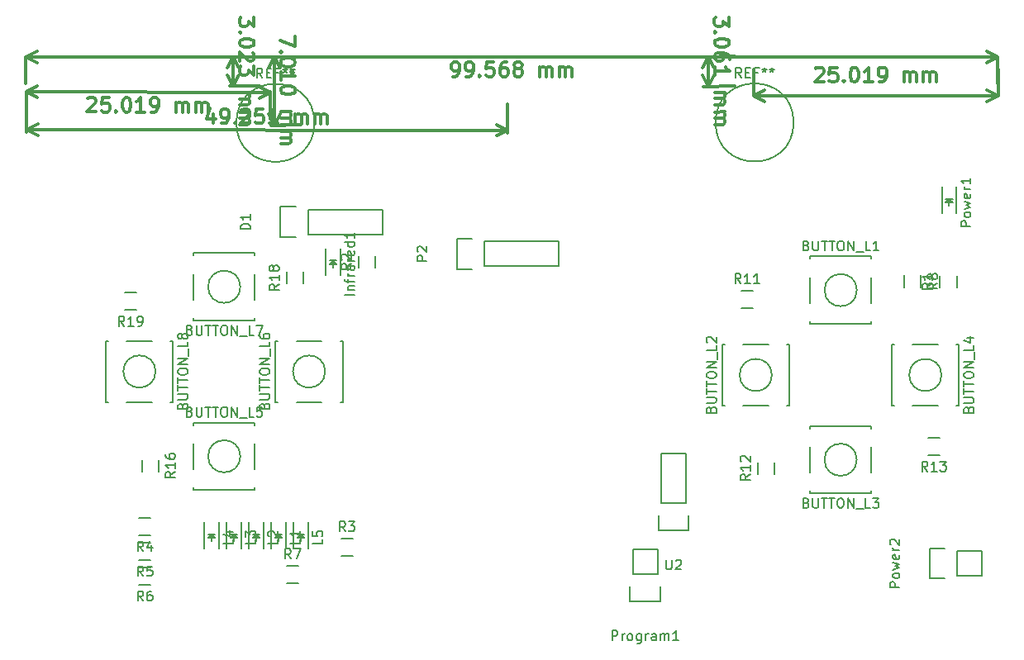
<source format=gbr>
G04 #@! TF.FileFunction,Legend,Top*
%FSLAX46Y46*%
G04 Gerber Fmt 4.6, Leading zero omitted, Abs format (unit mm)*
G04 Created by KiCad (PCBNEW 4.0.2+e4-6225~38~ubuntu15.10.1-stable) date Tue 11 Oct 2016 16:58:14 SAST*
%MOMM*%
G01*
G04 APERTURE LIST*
%ADD10C,0.100000*%
%ADD11C,0.300000*%
%ADD12C,0.150000*%
G04 APERTURE END LIST*
D10*
D11*
X71132429Y-70107873D02*
X71132429Y-71036444D01*
X70561000Y-70536444D01*
X70561000Y-70750730D01*
X70489571Y-70893587D01*
X70418143Y-70965016D01*
X70275286Y-71036444D01*
X69918143Y-71036444D01*
X69775286Y-70965016D01*
X69703857Y-70893587D01*
X69632429Y-70750730D01*
X69632429Y-70322158D01*
X69703857Y-70179301D01*
X69775286Y-70107873D01*
X69775286Y-71679301D02*
X69703857Y-71750729D01*
X69632429Y-71679301D01*
X69703857Y-71607872D01*
X69775286Y-71679301D01*
X69632429Y-71679301D01*
X71132429Y-72679301D02*
X71132429Y-72822158D01*
X71061000Y-72965015D01*
X70989571Y-73036444D01*
X70846714Y-73107873D01*
X70561000Y-73179301D01*
X70203857Y-73179301D01*
X69918143Y-73107873D01*
X69775286Y-73036444D01*
X69703857Y-72965015D01*
X69632429Y-72822158D01*
X69632429Y-72679301D01*
X69703857Y-72536444D01*
X69775286Y-72465015D01*
X69918143Y-72393587D01*
X70203857Y-72322158D01*
X70561000Y-72322158D01*
X70846714Y-72393587D01*
X70989571Y-72465015D01*
X71061000Y-72536444D01*
X71132429Y-72679301D01*
X70989571Y-73750729D02*
X71061000Y-73822158D01*
X71132429Y-73965015D01*
X71132429Y-74322158D01*
X71061000Y-74465015D01*
X70989571Y-74536444D01*
X70846714Y-74607872D01*
X70703857Y-74607872D01*
X70489571Y-74536444D01*
X69632429Y-73679301D01*
X69632429Y-74607872D01*
X71132429Y-75107872D02*
X71132429Y-76036443D01*
X70561000Y-75536443D01*
X70561000Y-75750729D01*
X70489571Y-75893586D01*
X70418143Y-75965015D01*
X70275286Y-76036443D01*
X69918143Y-76036443D01*
X69775286Y-75965015D01*
X69703857Y-75893586D01*
X69632429Y-75750729D01*
X69632429Y-75322157D01*
X69703857Y-75179300D01*
X69775286Y-75107872D01*
X69632429Y-77822157D02*
X70632429Y-77822157D01*
X70489571Y-77822157D02*
X70561000Y-77893585D01*
X70632429Y-78036443D01*
X70632429Y-78250728D01*
X70561000Y-78393585D01*
X70418143Y-78465014D01*
X69632429Y-78465014D01*
X70418143Y-78465014D02*
X70561000Y-78536443D01*
X70632429Y-78679300D01*
X70632429Y-78893585D01*
X70561000Y-79036443D01*
X70418143Y-79107871D01*
X69632429Y-79107871D01*
X69632429Y-79822157D02*
X70632429Y-79822157D01*
X70489571Y-79822157D02*
X70561000Y-79893585D01*
X70632429Y-80036443D01*
X70632429Y-80250728D01*
X70561000Y-80393585D01*
X70418143Y-80465014D01*
X69632429Y-80465014D01*
X70418143Y-80465014D02*
X70561000Y-80536443D01*
X70632429Y-80679300D01*
X70632429Y-80893585D01*
X70561000Y-81036443D01*
X70418143Y-81107871D01*
X69632429Y-81107871D01*
X68961000Y-74168000D02*
X68961000Y-77190600D01*
X68618100Y-74168000D02*
X71661000Y-74168000D01*
X68618100Y-77190600D02*
X71661000Y-77190600D01*
X68961000Y-77190600D02*
X68374579Y-76064096D01*
X68961000Y-77190600D02*
X69547421Y-76064096D01*
X68961000Y-74168000D02*
X68374579Y-75294504D01*
X68961000Y-74168000D02*
X69547421Y-75294504D01*
X119791005Y-70092176D02*
X119798711Y-71020715D01*
X119223153Y-70525474D01*
X119224931Y-70739753D01*
X119154690Y-70883198D01*
X119083857Y-70955217D01*
X118941598Y-71027828D01*
X118584467Y-71030792D01*
X118441022Y-70960552D01*
X118369003Y-70889718D01*
X118296392Y-70747459D01*
X118292835Y-70318902D01*
X118363075Y-70175457D01*
X118433909Y-70103438D01*
X118446950Y-71674812D02*
X118376116Y-71746831D01*
X118304097Y-71675998D01*
X118374930Y-71603979D01*
X118446950Y-71674812D01*
X118304097Y-71675998D01*
X119812344Y-72663516D02*
X119813530Y-72806368D01*
X119743289Y-72949813D01*
X119672455Y-73021832D01*
X119530196Y-73094444D01*
X119245084Y-73168240D01*
X118887954Y-73171204D01*
X118601657Y-73102150D01*
X118458212Y-73031909D01*
X118386192Y-72961075D01*
X118313581Y-72818815D01*
X118312396Y-72675963D01*
X118382636Y-72532519D01*
X118453470Y-72460499D01*
X118595729Y-72387888D01*
X118880841Y-72314091D01*
X119237971Y-72311127D01*
X119524268Y-72380183D01*
X119667713Y-72450423D01*
X119739732Y-72521256D01*
X119812344Y-72663516D01*
X119827163Y-74449168D02*
X119824792Y-74163464D01*
X119752180Y-74021205D01*
X119680161Y-73950371D01*
X119464698Y-73809297D01*
X119178400Y-73740242D01*
X118606991Y-73744984D01*
X118464732Y-73817596D01*
X118393898Y-73889614D01*
X118323658Y-74033060D01*
X118326029Y-74318764D01*
X118398640Y-74461023D01*
X118470659Y-74531857D01*
X118614104Y-74602097D01*
X118971235Y-74599133D01*
X119113494Y-74526522D01*
X119184327Y-74454503D01*
X119254568Y-74311058D01*
X119252197Y-74025354D01*
X119179585Y-73883094D01*
X119107567Y-73812261D01*
X118964122Y-73742020D01*
X118340255Y-76032990D02*
X118333142Y-75175876D01*
X118336699Y-75604434D02*
X119836647Y-75591986D01*
X119621183Y-75450912D01*
X119477145Y-75309244D01*
X119404533Y-75166985D01*
X118355074Y-77818642D02*
X119355039Y-77810344D01*
X119212186Y-77811529D02*
X119284206Y-77882362D01*
X119356818Y-78024622D01*
X119358596Y-78238900D01*
X119288355Y-78382345D01*
X119146095Y-78454957D01*
X118360409Y-78461477D01*
X119146095Y-78454957D02*
X119289540Y-78525198D01*
X119362152Y-78667457D01*
X119363931Y-78881735D01*
X119293690Y-79025181D01*
X119151430Y-79097792D01*
X118365743Y-79104312D01*
X118371671Y-79818573D02*
X119371636Y-79810275D01*
X119228783Y-79811460D02*
X119300803Y-79882293D01*
X119373415Y-80024554D01*
X119375193Y-80238831D01*
X119304952Y-80382276D01*
X119162692Y-80454888D01*
X118377005Y-80461408D01*
X119162692Y-80454888D02*
X119306137Y-80525129D01*
X119378749Y-80667388D01*
X119380528Y-80881666D01*
X119310286Y-81025112D01*
X119168027Y-81097723D01*
X118382340Y-81104243D01*
X117653186Y-74151081D02*
X117678586Y-77211781D01*
X117144800Y-74155300D02*
X120353093Y-74128675D01*
X117170200Y-77216000D02*
X120378493Y-77189375D01*
X117678586Y-77211781D02*
X117082837Y-76090182D01*
X117678586Y-77211781D02*
X118255638Y-76080450D01*
X117653186Y-74151081D02*
X117076134Y-75282412D01*
X117653186Y-74151081D02*
X118248935Y-75272680D01*
X75341323Y-72092837D02*
X75344947Y-73092831D01*
X73842627Y-72455413D01*
X73989883Y-73669172D02*
X73918713Y-73740859D01*
X73847027Y-73669690D01*
X73918196Y-73598003D01*
X73989883Y-73669172D01*
X73847027Y-73669690D01*
X75350640Y-74664249D02*
X75351158Y-74807105D01*
X75280247Y-74950219D01*
X75209077Y-75021907D01*
X75066480Y-75093853D01*
X74781026Y-75166316D01*
X74423886Y-75167610D01*
X74137915Y-75097217D01*
X73994800Y-75026306D01*
X73923113Y-74955137D01*
X73851168Y-74812539D01*
X73850650Y-74669683D01*
X73921560Y-74526568D01*
X73992730Y-74454881D01*
X74135327Y-74382936D01*
X74420780Y-74310472D01*
X74777921Y-74309178D01*
X75063892Y-74379572D01*
X75207007Y-74450482D01*
X75278694Y-74521651D01*
X75350640Y-74664249D01*
X73857637Y-76598242D02*
X73854532Y-75741104D01*
X73856085Y-76169673D02*
X75356075Y-76164239D01*
X75141273Y-76022159D01*
X74997899Y-75879820D01*
X74925953Y-75737222D01*
X75360992Y-77521372D02*
X75361510Y-77664228D01*
X75290599Y-77807343D01*
X75219429Y-77879030D01*
X75076832Y-77950976D01*
X74791378Y-78023439D01*
X74434238Y-78024733D01*
X74148267Y-77954341D01*
X74005152Y-77883430D01*
X73933465Y-77812260D01*
X73861519Y-77669663D01*
X73861002Y-77526807D01*
X73931912Y-77383692D01*
X74003082Y-77312004D01*
X74145679Y-77240059D01*
X74431132Y-77167595D01*
X74788273Y-77166301D01*
X75074244Y-77236695D01*
X75217359Y-77307605D01*
X75289046Y-77378775D01*
X75360992Y-77521372D01*
X73869283Y-79812506D02*
X74869277Y-79808882D01*
X74726420Y-79809400D02*
X74798107Y-79880569D01*
X74870053Y-80023167D01*
X74870830Y-80237451D01*
X74799919Y-80380565D01*
X74657321Y-80452512D01*
X73871613Y-80455358D01*
X74657321Y-80452512D02*
X74800436Y-80523422D01*
X74872382Y-80666020D01*
X74873159Y-80880303D01*
X74802248Y-81023419D01*
X74659651Y-81095364D01*
X73873942Y-81098211D01*
X73876530Y-81812492D02*
X74876523Y-81808869D01*
X74733666Y-81809387D02*
X74805353Y-81880556D01*
X74877300Y-82023154D01*
X74878076Y-82237437D01*
X74807165Y-82380552D01*
X74664568Y-82452498D01*
X73878859Y-82455345D01*
X74664568Y-82452498D02*
X74807683Y-82523409D01*
X74879629Y-82666007D01*
X74880405Y-82880290D01*
X74809494Y-83023406D01*
X74666897Y-83095351D01*
X73881188Y-83098198D01*
X73177395Y-74166896D02*
X73202795Y-81177296D01*
X72872600Y-74168000D02*
X75877377Y-74157113D01*
X72898000Y-81178400D02*
X75902777Y-81167513D01*
X73202795Y-81177296D02*
X72612297Y-80052924D01*
X73202795Y-81177296D02*
X73785130Y-80048675D01*
X73177395Y-74166896D02*
X72595060Y-75295517D01*
X73177395Y-74166896D02*
X73767893Y-75291268D01*
X128634315Y-75394429D02*
X128705744Y-75323000D01*
X128848601Y-75251571D01*
X129205744Y-75251571D01*
X129348601Y-75323000D01*
X129420030Y-75394429D01*
X129491458Y-75537286D01*
X129491458Y-75680143D01*
X129420030Y-75894429D01*
X128562887Y-76751571D01*
X129491458Y-76751571D01*
X130848601Y-75251571D02*
X130134315Y-75251571D01*
X130062886Y-75965857D01*
X130134315Y-75894429D01*
X130277172Y-75823000D01*
X130634315Y-75823000D01*
X130777172Y-75894429D01*
X130848601Y-75965857D01*
X130920029Y-76108714D01*
X130920029Y-76465857D01*
X130848601Y-76608714D01*
X130777172Y-76680143D01*
X130634315Y-76751571D01*
X130277172Y-76751571D01*
X130134315Y-76680143D01*
X130062886Y-76608714D01*
X131562886Y-76608714D02*
X131634314Y-76680143D01*
X131562886Y-76751571D01*
X131491457Y-76680143D01*
X131562886Y-76608714D01*
X131562886Y-76751571D01*
X132562886Y-75251571D02*
X132705743Y-75251571D01*
X132848600Y-75323000D01*
X132920029Y-75394429D01*
X132991458Y-75537286D01*
X133062886Y-75823000D01*
X133062886Y-76180143D01*
X132991458Y-76465857D01*
X132920029Y-76608714D01*
X132848600Y-76680143D01*
X132705743Y-76751571D01*
X132562886Y-76751571D01*
X132420029Y-76680143D01*
X132348600Y-76608714D01*
X132277172Y-76465857D01*
X132205743Y-76180143D01*
X132205743Y-75823000D01*
X132277172Y-75537286D01*
X132348600Y-75394429D01*
X132420029Y-75323000D01*
X132562886Y-75251571D01*
X134491457Y-76751571D02*
X133634314Y-76751571D01*
X134062886Y-76751571D02*
X134062886Y-75251571D01*
X133920029Y-75465857D01*
X133777171Y-75608714D01*
X133634314Y-75680143D01*
X135205742Y-76751571D02*
X135491457Y-76751571D01*
X135634314Y-76680143D01*
X135705742Y-76608714D01*
X135848600Y-76394429D01*
X135920028Y-76108714D01*
X135920028Y-75537286D01*
X135848600Y-75394429D01*
X135777171Y-75323000D01*
X135634314Y-75251571D01*
X135348600Y-75251571D01*
X135205742Y-75323000D01*
X135134314Y-75394429D01*
X135062885Y-75537286D01*
X135062885Y-75894429D01*
X135134314Y-76037286D01*
X135205742Y-76108714D01*
X135348600Y-76180143D01*
X135634314Y-76180143D01*
X135777171Y-76108714D01*
X135848600Y-76037286D01*
X135920028Y-75894429D01*
X137705742Y-76751571D02*
X137705742Y-75751571D01*
X137705742Y-75894429D02*
X137777170Y-75823000D01*
X137920028Y-75751571D01*
X138134313Y-75751571D01*
X138277170Y-75823000D01*
X138348599Y-75965857D01*
X138348599Y-76751571D01*
X138348599Y-75965857D02*
X138420028Y-75823000D01*
X138562885Y-75751571D01*
X138777170Y-75751571D01*
X138920028Y-75823000D01*
X138991456Y-75965857D01*
X138991456Y-76751571D01*
X139705742Y-76751571D02*
X139705742Y-75751571D01*
X139705742Y-75894429D02*
X139777170Y-75823000D01*
X139920028Y-75751571D01*
X140134313Y-75751571D01*
X140277170Y-75823000D01*
X140348599Y-75965857D01*
X140348599Y-76751571D01*
X140348599Y-75965857D02*
X140420028Y-75823000D01*
X140562885Y-75751571D01*
X140777170Y-75751571D01*
X140920028Y-75823000D01*
X140991456Y-75965857D01*
X140991456Y-76751571D01*
X147345400Y-78155800D02*
X122326400Y-78155800D01*
X147345400Y-78181200D02*
X147345400Y-75455800D01*
X122326400Y-78181200D02*
X122326400Y-75455800D01*
X122326400Y-78155800D02*
X123452904Y-77569379D01*
X122326400Y-78155800D02*
X123452904Y-78742221D01*
X147345400Y-78155800D02*
X146218896Y-77569379D01*
X147345400Y-78155800D02*
X146218896Y-78742221D01*
X54071162Y-78459061D02*
X54142736Y-78387777D01*
X54285737Y-78316638D01*
X54642880Y-78317363D01*
X54785591Y-78389082D01*
X54856875Y-78460656D01*
X54928013Y-78603658D01*
X54927723Y-78746514D01*
X54855860Y-78960655D01*
X53996978Y-79816055D01*
X54925547Y-79817940D01*
X56285733Y-78320699D02*
X55571449Y-78319249D01*
X55498569Y-79033388D01*
X55570143Y-78962105D01*
X55713145Y-78890966D01*
X56070287Y-78891692D01*
X56212999Y-78963411D01*
X56284283Y-79034983D01*
X56355421Y-79177985D01*
X56354695Y-79535127D01*
X56282978Y-79677839D01*
X56211404Y-79749123D01*
X56068402Y-79820261D01*
X55711260Y-79819536D01*
X55568548Y-79747818D01*
X55497264Y-79676244D01*
X56997261Y-79679289D02*
X57068544Y-79750863D01*
X56996971Y-79822146D01*
X56925687Y-79750573D01*
X56997261Y-79679289D01*
X56996971Y-79822146D01*
X58000015Y-78324180D02*
X58142871Y-78324470D01*
X58285583Y-78396189D01*
X58356867Y-78467763D01*
X58428006Y-78610764D01*
X58498853Y-78896623D01*
X58498128Y-79253765D01*
X58426120Y-79539333D01*
X58354401Y-79682045D01*
X58282827Y-79753329D01*
X58139826Y-79824467D01*
X57996969Y-79824177D01*
X57854257Y-79752459D01*
X57782973Y-79680885D01*
X57711836Y-79537883D01*
X57640987Y-79252025D01*
X57641712Y-78894882D01*
X57713721Y-78609314D01*
X57785439Y-78466602D01*
X57857013Y-78395318D01*
X58000015Y-78324180D01*
X59925536Y-79828092D02*
X59068395Y-79826352D01*
X59496966Y-79827222D02*
X59500011Y-78327225D01*
X59356720Y-78541221D01*
X59213572Y-78683787D01*
X59070570Y-78754926D01*
X60639819Y-79829543D02*
X60925534Y-79830123D01*
X61068536Y-79758985D01*
X61140108Y-79687701D01*
X61283401Y-79473707D01*
X61355409Y-79188137D01*
X61356570Y-78616711D01*
X61285432Y-78473709D01*
X61214148Y-78402135D01*
X61071436Y-78330416D01*
X60785723Y-78329836D01*
X60642720Y-78400975D01*
X60571147Y-78472259D01*
X60499428Y-78614970D01*
X60498703Y-78972112D01*
X60569842Y-79115114D01*
X60641125Y-79186687D01*
X60783837Y-79258406D01*
X61069551Y-79258986D01*
X61212553Y-79187847D01*
X61284126Y-79116565D01*
X61355844Y-78973853D01*
X63139814Y-79834619D02*
X63141845Y-78834621D01*
X63141555Y-78977479D02*
X63213128Y-78906195D01*
X63356130Y-78835056D01*
X63570415Y-78835491D01*
X63713127Y-78907210D01*
X63784265Y-79050212D01*
X63782670Y-79835924D01*
X63784265Y-79050212D02*
X63855984Y-78907500D01*
X63998986Y-78836361D01*
X64213271Y-78836796D01*
X64355983Y-78908515D01*
X64427121Y-79051517D01*
X64425526Y-79837229D01*
X65139810Y-79838680D02*
X65141841Y-78838682D01*
X65141551Y-78981540D02*
X65213123Y-78910256D01*
X65356126Y-78839117D01*
X65570411Y-78839552D01*
X65713122Y-78911271D01*
X65784261Y-79054273D01*
X65782666Y-79839985D01*
X65784261Y-79054273D02*
X65855980Y-78911561D01*
X65998982Y-78840422D01*
X66213266Y-78840857D01*
X66355979Y-78912576D01*
X66427117Y-79055578D01*
X66425522Y-79841290D01*
X47777297Y-77774851D02*
X72796297Y-77825651D01*
X47777400Y-77724000D02*
X47771815Y-80474845D01*
X72796400Y-77774800D02*
X72790815Y-80525645D01*
X72796297Y-77825651D02*
X71668605Y-78409783D01*
X72796297Y-77825651D02*
X71670986Y-77236944D01*
X47777297Y-77774851D02*
X48902608Y-78363558D01*
X47777297Y-77774851D02*
X48904989Y-77190719D01*
X66979895Y-79999422D02*
X66979379Y-80999421D01*
X66623046Y-79427809D02*
X66265351Y-80499053D01*
X67193923Y-80499532D01*
X67836521Y-80999863D02*
X68122236Y-81000011D01*
X68265129Y-80928656D01*
X68336594Y-80857264D01*
X68479563Y-80643053D01*
X68551138Y-80357375D01*
X68551433Y-79785947D01*
X68480078Y-79643053D01*
X68408686Y-79571587D01*
X68265866Y-79500085D01*
X67980152Y-79499937D01*
X67837257Y-79571293D01*
X67765793Y-79642685D01*
X67694290Y-79785505D01*
X67694106Y-80142648D01*
X67765461Y-80285542D01*
X67836852Y-80357007D01*
X67979673Y-80428509D01*
X68265387Y-80428657D01*
X68408281Y-80357301D01*
X68479747Y-80285910D01*
X68551249Y-80143090D01*
X69193737Y-80857706D02*
X69265128Y-80929172D01*
X69193663Y-81000563D01*
X69122271Y-80929099D01*
X69193737Y-80857706D01*
X69193663Y-81000563D01*
X69837220Y-79643753D02*
X69908686Y-79572361D01*
X70051580Y-79501006D01*
X70408723Y-79501190D01*
X70551543Y-79572692D01*
X70622935Y-79644158D01*
X70694290Y-79787052D01*
X70694216Y-79929909D01*
X70622677Y-80144158D01*
X69765092Y-81000858D01*
X70693663Y-81001337D01*
X72051580Y-79502037D02*
X71337294Y-79501669D01*
X71265496Y-80215918D01*
X71336962Y-80144527D01*
X71479856Y-80073171D01*
X71836999Y-80073355D01*
X71979819Y-80144858D01*
X72051211Y-80216323D01*
X72122566Y-80359217D01*
X72122381Y-80716360D01*
X72050880Y-80859180D01*
X71979414Y-80930572D01*
X71836520Y-81001926D01*
X71479377Y-81001742D01*
X71336557Y-80930241D01*
X71265165Y-80858775D01*
X73550805Y-81002810D02*
X72693662Y-81002368D01*
X73122234Y-81002589D02*
X73123008Y-79502590D01*
X72980040Y-79716802D01*
X72837108Y-79859585D01*
X72694215Y-79930941D01*
X75336519Y-81003731D02*
X75337034Y-80003732D01*
X75336961Y-80146590D02*
X75408426Y-80075197D01*
X75551320Y-80003842D01*
X75765605Y-80003953D01*
X75908425Y-80075455D01*
X75979781Y-80218349D01*
X75979376Y-81004063D01*
X75979781Y-80218349D02*
X76051283Y-80075529D01*
X76194177Y-80004174D01*
X76408462Y-80004284D01*
X76551283Y-80075787D01*
X76622638Y-80218681D01*
X76622232Y-81004395D01*
X77336518Y-81004763D02*
X77337034Y-80004763D01*
X77336960Y-80147621D02*
X77408425Y-80076229D01*
X77551320Y-80004874D01*
X77765605Y-80004984D01*
X77908425Y-80076487D01*
X77979781Y-80219381D01*
X77979375Y-81005094D01*
X77979781Y-80219381D02*
X78051283Y-80076560D01*
X78194177Y-80005205D01*
X78408462Y-80005316D01*
X78551283Y-80076818D01*
X78622637Y-80219712D01*
X78622232Y-81005426D01*
X47853731Y-81660987D02*
X97104331Y-81686387D01*
X47853600Y-81915000D02*
X47855123Y-78960987D01*
X97104200Y-81940400D02*
X97105723Y-78986387D01*
X97104331Y-81686387D02*
X95977525Y-82272227D01*
X97104331Y-81686387D02*
X95978130Y-81099385D01*
X47853731Y-81660987D02*
X48979932Y-82247989D01*
X47853731Y-81660987D02*
X48980537Y-81075147D01*
X91464572Y-76196571D02*
X91750287Y-76196571D01*
X91893144Y-76125143D01*
X91964572Y-76053714D01*
X92107430Y-75839429D01*
X92178858Y-75553714D01*
X92178858Y-74982286D01*
X92107430Y-74839429D01*
X92036001Y-74768000D01*
X91893144Y-74696571D01*
X91607430Y-74696571D01*
X91464572Y-74768000D01*
X91393144Y-74839429D01*
X91321715Y-74982286D01*
X91321715Y-75339429D01*
X91393144Y-75482286D01*
X91464572Y-75553714D01*
X91607430Y-75625143D01*
X91893144Y-75625143D01*
X92036001Y-75553714D01*
X92107430Y-75482286D01*
X92178858Y-75339429D01*
X92893143Y-76196571D02*
X93178858Y-76196571D01*
X93321715Y-76125143D01*
X93393143Y-76053714D01*
X93536001Y-75839429D01*
X93607429Y-75553714D01*
X93607429Y-74982286D01*
X93536001Y-74839429D01*
X93464572Y-74768000D01*
X93321715Y-74696571D01*
X93036001Y-74696571D01*
X92893143Y-74768000D01*
X92821715Y-74839429D01*
X92750286Y-74982286D01*
X92750286Y-75339429D01*
X92821715Y-75482286D01*
X92893143Y-75553714D01*
X93036001Y-75625143D01*
X93321715Y-75625143D01*
X93464572Y-75553714D01*
X93536001Y-75482286D01*
X93607429Y-75339429D01*
X94250286Y-76053714D02*
X94321714Y-76125143D01*
X94250286Y-76196571D01*
X94178857Y-76125143D01*
X94250286Y-76053714D01*
X94250286Y-76196571D01*
X95678858Y-74696571D02*
X94964572Y-74696571D01*
X94893143Y-75410857D01*
X94964572Y-75339429D01*
X95107429Y-75268000D01*
X95464572Y-75268000D01*
X95607429Y-75339429D01*
X95678858Y-75410857D01*
X95750286Y-75553714D01*
X95750286Y-75910857D01*
X95678858Y-76053714D01*
X95607429Y-76125143D01*
X95464572Y-76196571D01*
X95107429Y-76196571D01*
X94964572Y-76125143D01*
X94893143Y-76053714D01*
X97036000Y-74696571D02*
X96750286Y-74696571D01*
X96607429Y-74768000D01*
X96536000Y-74839429D01*
X96393143Y-75053714D01*
X96321714Y-75339429D01*
X96321714Y-75910857D01*
X96393143Y-76053714D01*
X96464571Y-76125143D01*
X96607429Y-76196571D01*
X96893143Y-76196571D01*
X97036000Y-76125143D01*
X97107429Y-76053714D01*
X97178857Y-75910857D01*
X97178857Y-75553714D01*
X97107429Y-75410857D01*
X97036000Y-75339429D01*
X96893143Y-75268000D01*
X96607429Y-75268000D01*
X96464571Y-75339429D01*
X96393143Y-75410857D01*
X96321714Y-75553714D01*
X98036000Y-75339429D02*
X97893142Y-75268000D01*
X97821714Y-75196571D01*
X97750285Y-75053714D01*
X97750285Y-74982286D01*
X97821714Y-74839429D01*
X97893142Y-74768000D01*
X98036000Y-74696571D01*
X98321714Y-74696571D01*
X98464571Y-74768000D01*
X98536000Y-74839429D01*
X98607428Y-74982286D01*
X98607428Y-75053714D01*
X98536000Y-75196571D01*
X98464571Y-75268000D01*
X98321714Y-75339429D01*
X98036000Y-75339429D01*
X97893142Y-75410857D01*
X97821714Y-75482286D01*
X97750285Y-75625143D01*
X97750285Y-75910857D01*
X97821714Y-76053714D01*
X97893142Y-76125143D01*
X98036000Y-76196571D01*
X98321714Y-76196571D01*
X98464571Y-76125143D01*
X98536000Y-76053714D01*
X98607428Y-75910857D01*
X98607428Y-75625143D01*
X98536000Y-75482286D01*
X98464571Y-75410857D01*
X98321714Y-75339429D01*
X100393142Y-76196571D02*
X100393142Y-75196571D01*
X100393142Y-75339429D02*
X100464570Y-75268000D01*
X100607428Y-75196571D01*
X100821713Y-75196571D01*
X100964570Y-75268000D01*
X101035999Y-75410857D01*
X101035999Y-76196571D01*
X101035999Y-75410857D02*
X101107428Y-75268000D01*
X101250285Y-75196571D01*
X101464570Y-75196571D01*
X101607428Y-75268000D01*
X101678856Y-75410857D01*
X101678856Y-76196571D01*
X102393142Y-76196571D02*
X102393142Y-75196571D01*
X102393142Y-75339429D02*
X102464570Y-75268000D01*
X102607428Y-75196571D01*
X102821713Y-75196571D01*
X102964570Y-75268000D01*
X103035999Y-75410857D01*
X103035999Y-76196571D01*
X103035999Y-75410857D02*
X103107428Y-75268000D01*
X103250285Y-75196571D01*
X103464570Y-75196571D01*
X103607428Y-75268000D01*
X103678856Y-75410857D01*
X103678856Y-76196571D01*
X47752000Y-74168000D02*
X147320000Y-74168000D01*
X47752000Y-74168000D02*
X47752000Y-76868000D01*
X147320000Y-74168000D02*
X147320000Y-76868000D01*
X147320000Y-74168000D02*
X146193496Y-74754421D01*
X147320000Y-74168000D02*
X146193496Y-73581579D01*
X47752000Y-74168000D02*
X48878504Y-74754421D01*
X47752000Y-74168000D02*
X48878504Y-73581579D01*
D12*
X126402600Y-80899000D02*
G75*
G03X126402600Y-80899000I-4000000J0D01*
G01*
X128079100Y-94882100D02*
X128079100Y-94632100D01*
X128079100Y-94632100D02*
X134379100Y-94632100D01*
X134379100Y-94632100D02*
X134379100Y-94882100D01*
X128079100Y-99382100D02*
X128079100Y-96782100D01*
X134379100Y-101282100D02*
X134379100Y-101532100D01*
X134379100Y-101532100D02*
X128079100Y-101532100D01*
X128079100Y-101532100D02*
X128079100Y-101282100D01*
X134379100Y-96782100D02*
X134379100Y-99382100D01*
X132879100Y-98082100D02*
G75*
G03X132879100Y-98082100I-1650000J0D01*
G01*
X119329600Y-109931600D02*
X119079600Y-109931600D01*
X119079600Y-109931600D02*
X119079600Y-103631600D01*
X119079600Y-103631600D02*
X119329600Y-103631600D01*
X123829600Y-109931600D02*
X121229600Y-109931600D01*
X125729600Y-103631600D02*
X125979600Y-103631600D01*
X125979600Y-103631600D02*
X125979600Y-109931600D01*
X125979600Y-109931600D02*
X125729600Y-109931600D01*
X121229600Y-103631600D02*
X123829600Y-103631600D01*
X124179600Y-106781600D02*
G75*
G03X124179600Y-106781600I-1650000J0D01*
G01*
X134366400Y-118668400D02*
X134366400Y-118918400D01*
X134366400Y-118918400D02*
X128066400Y-118918400D01*
X128066400Y-118918400D02*
X128066400Y-118668400D01*
X134366400Y-114168400D02*
X134366400Y-116768400D01*
X128066400Y-112268400D02*
X128066400Y-112018400D01*
X128066400Y-112018400D02*
X134366400Y-112018400D01*
X134366400Y-112018400D02*
X134366400Y-112268400D01*
X128066400Y-116768400D02*
X128066400Y-114168400D01*
X132866400Y-115468400D02*
G75*
G03X132866400Y-115468400I-1650000J0D01*
G01*
X143103200Y-103631600D02*
X143353200Y-103631600D01*
X143353200Y-103631600D02*
X143353200Y-109931600D01*
X143353200Y-109931600D02*
X143103200Y-109931600D01*
X138603200Y-103631600D02*
X141203200Y-103631600D01*
X136703200Y-109931600D02*
X136453200Y-109931600D01*
X136453200Y-109931600D02*
X136453200Y-103631600D01*
X136453200Y-103631600D02*
X136703200Y-103631600D01*
X141203200Y-109931600D02*
X138603200Y-109931600D01*
X141553200Y-106781600D02*
G75*
G03X141553200Y-106781600I-1650000J0D01*
G01*
X64922000Y-111912800D02*
X64922000Y-111662800D01*
X64922000Y-111662800D02*
X71222000Y-111662800D01*
X71222000Y-111662800D02*
X71222000Y-111912800D01*
X64922000Y-116412800D02*
X64922000Y-113812800D01*
X71222000Y-118312800D02*
X71222000Y-118562800D01*
X71222000Y-118562800D02*
X64922000Y-118562800D01*
X64922000Y-118562800D02*
X64922000Y-118312800D01*
X71222000Y-113812800D02*
X71222000Y-116412800D01*
X69722000Y-115112800D02*
G75*
G03X69722000Y-115112800I-1650000J0D01*
G01*
X73558800Y-109576000D02*
X73308800Y-109576000D01*
X73308800Y-109576000D02*
X73308800Y-103276000D01*
X73308800Y-103276000D02*
X73558800Y-103276000D01*
X78058800Y-109576000D02*
X75458800Y-109576000D01*
X79958800Y-103276000D02*
X80208800Y-103276000D01*
X80208800Y-103276000D02*
X80208800Y-109576000D01*
X80208800Y-109576000D02*
X79958800Y-109576000D01*
X75458800Y-103276000D02*
X78058800Y-103276000D01*
X78408800Y-106426000D02*
G75*
G03X78408800Y-106426000I-1650000J0D01*
G01*
X71222000Y-100939200D02*
X71222000Y-101189200D01*
X71222000Y-101189200D02*
X64922000Y-101189200D01*
X64922000Y-101189200D02*
X64922000Y-100939200D01*
X71222000Y-96439200D02*
X71222000Y-99039200D01*
X64922000Y-94539200D02*
X64922000Y-94289200D01*
X64922000Y-94289200D02*
X71222000Y-94289200D01*
X71222000Y-94289200D02*
X71222000Y-94539200D01*
X64922000Y-99039200D02*
X64922000Y-96439200D01*
X69722000Y-97739200D02*
G75*
G03X69722000Y-97739200I-1650000J0D01*
G01*
X62585200Y-103276000D02*
X62835200Y-103276000D01*
X62835200Y-103276000D02*
X62835200Y-109576000D01*
X62835200Y-109576000D02*
X62585200Y-109576000D01*
X58085200Y-103276000D02*
X60685200Y-103276000D01*
X56185200Y-109576000D02*
X55935200Y-109576000D01*
X55935200Y-109576000D02*
X55935200Y-103276000D01*
X55935200Y-103276000D02*
X56185200Y-103276000D01*
X60685200Y-109576000D02*
X58085200Y-109576000D01*
X61035200Y-106426000D02*
G75*
G03X61035200Y-106426000I-1650000J0D01*
G01*
X76657200Y-92354400D02*
X84277200Y-92354400D01*
X76657200Y-89814400D02*
X84277200Y-89814400D01*
X73837200Y-89534400D02*
X75387200Y-89534400D01*
X84277200Y-92354400D02*
X84277200Y-89814400D01*
X76657200Y-89814400D02*
X76657200Y-92354400D01*
X75387200Y-92634400D02*
X73837200Y-92634400D01*
X73837200Y-92634400D02*
X73837200Y-89534400D01*
X78447200Y-93802400D02*
X78447200Y-96502400D01*
X79947200Y-93802400D02*
X79947200Y-96502400D01*
X79047200Y-95302400D02*
X79297200Y-95302400D01*
X79297200Y-95302400D02*
X79147200Y-95152400D01*
X79547200Y-95052400D02*
X78847200Y-95052400D01*
X79197200Y-95402400D02*
X79197200Y-95752400D01*
X79197200Y-95052400D02*
X79547200Y-95402400D01*
X79547200Y-95402400D02*
X78847200Y-95402400D01*
X78847200Y-95402400D02*
X79197200Y-95052400D01*
X72910000Y-121844000D02*
X72910000Y-124544000D01*
X74410000Y-121844000D02*
X74410000Y-124544000D01*
X73510000Y-123344000D02*
X73760000Y-123344000D01*
X73760000Y-123344000D02*
X73610000Y-123194000D01*
X74010000Y-123094000D02*
X73310000Y-123094000D01*
X73660000Y-123444000D02*
X73660000Y-123794000D01*
X73660000Y-123094000D02*
X74010000Y-123444000D01*
X74010000Y-123444000D02*
X73310000Y-123444000D01*
X73310000Y-123444000D02*
X73660000Y-123094000D01*
X70624000Y-121844000D02*
X70624000Y-124544000D01*
X72124000Y-121844000D02*
X72124000Y-124544000D01*
X71224000Y-123344000D02*
X71474000Y-123344000D01*
X71474000Y-123344000D02*
X71324000Y-123194000D01*
X71724000Y-123094000D02*
X71024000Y-123094000D01*
X71374000Y-123444000D02*
X71374000Y-123794000D01*
X71374000Y-123094000D02*
X71724000Y-123444000D01*
X71724000Y-123444000D02*
X71024000Y-123444000D01*
X71024000Y-123444000D02*
X71374000Y-123094000D01*
X68338000Y-121844000D02*
X68338000Y-124544000D01*
X69838000Y-121844000D02*
X69838000Y-124544000D01*
X68938000Y-123344000D02*
X69188000Y-123344000D01*
X69188000Y-123344000D02*
X69038000Y-123194000D01*
X69438000Y-123094000D02*
X68738000Y-123094000D01*
X69088000Y-123444000D02*
X69088000Y-123794000D01*
X69088000Y-123094000D02*
X69438000Y-123444000D01*
X69438000Y-123444000D02*
X68738000Y-123444000D01*
X68738000Y-123444000D02*
X69088000Y-123094000D01*
X66052000Y-121844000D02*
X66052000Y-124544000D01*
X67552000Y-121844000D02*
X67552000Y-124544000D01*
X66652000Y-123344000D02*
X66902000Y-123344000D01*
X66902000Y-123344000D02*
X66752000Y-123194000D01*
X67152000Y-123094000D02*
X66452000Y-123094000D01*
X66802000Y-123444000D02*
X66802000Y-123794000D01*
X66802000Y-123094000D02*
X67152000Y-123444000D01*
X67152000Y-123444000D02*
X66452000Y-123444000D01*
X66452000Y-123444000D02*
X66802000Y-123094000D01*
X75196000Y-121844000D02*
X75196000Y-124544000D01*
X76696000Y-121844000D02*
X76696000Y-124544000D01*
X75796000Y-123344000D02*
X76046000Y-123344000D01*
X76046000Y-123344000D02*
X75896000Y-123194000D01*
X76296000Y-123094000D02*
X75596000Y-123094000D01*
X75946000Y-123444000D02*
X75946000Y-123794000D01*
X75946000Y-123094000D02*
X76296000Y-123444000D01*
X76296000Y-123444000D02*
X75596000Y-123444000D01*
X75596000Y-123444000D02*
X75946000Y-123094000D01*
X94742000Y-95631000D02*
X102362000Y-95631000D01*
X94742000Y-93091000D02*
X102362000Y-93091000D01*
X91922000Y-92811000D02*
X93472000Y-92811000D01*
X102362000Y-95631000D02*
X102362000Y-93091000D01*
X94742000Y-93091000D02*
X94742000Y-95631000D01*
X93472000Y-95911000D02*
X91922000Y-95911000D01*
X91922000Y-95911000D02*
X91922000Y-92811000D01*
X141591600Y-87503200D02*
X141591600Y-90203200D01*
X143091600Y-87503200D02*
X143091600Y-90203200D01*
X142191600Y-89003200D02*
X142441600Y-89003200D01*
X142441600Y-89003200D02*
X142291600Y-88853200D01*
X142691600Y-88753200D02*
X141991600Y-88753200D01*
X142341600Y-89103200D02*
X142341600Y-89453200D01*
X142341600Y-88753200D02*
X142691600Y-89103200D01*
X142691600Y-89103200D02*
X141991600Y-89103200D01*
X141991600Y-89103200D02*
X142341600Y-88753200D01*
X143170000Y-124830000D02*
X145710000Y-124830000D01*
X140350000Y-124550000D02*
X141900000Y-124550000D01*
X143170000Y-124830000D02*
X143170000Y-127370000D01*
X141900000Y-127650000D02*
X140350000Y-127650000D01*
X140350000Y-127650000D02*
X140350000Y-124550000D01*
X143170000Y-127370000D02*
X145710000Y-127370000D01*
X145710000Y-127370000D02*
X145710000Y-124830000D01*
X109931200Y-127152400D02*
X109931200Y-124612400D01*
X109651200Y-129972400D02*
X109651200Y-128422400D01*
X109931200Y-127152400D02*
X112471200Y-127152400D01*
X112751200Y-128422400D02*
X112751200Y-129972400D01*
X112751200Y-129972400D02*
X109651200Y-129972400D01*
X112471200Y-127152400D02*
X112471200Y-124612400D01*
X112471200Y-124612400D02*
X109931200Y-124612400D01*
X143115000Y-96631200D02*
X143115000Y-97831200D01*
X141365000Y-97831200D02*
X141365000Y-96631200D01*
X83577400Y-94599200D02*
X83577400Y-95799200D01*
X81827400Y-95799200D02*
X81827400Y-94599200D01*
X81245000Y-125335000D02*
X80045000Y-125335000D01*
X80045000Y-123585000D02*
X81245000Y-123585000D01*
X59344000Y-121426000D02*
X60544000Y-121426000D01*
X60544000Y-123176000D02*
X59344000Y-123176000D01*
X59344000Y-123966000D02*
X60544000Y-123966000D01*
X60544000Y-125716000D02*
X59344000Y-125716000D01*
X59344000Y-126506000D02*
X60544000Y-126506000D01*
X60544000Y-128256000D02*
X59344000Y-128256000D01*
X75657000Y-128129000D02*
X74457000Y-128129000D01*
X74457000Y-126379000D02*
X75657000Y-126379000D01*
X137707400Y-97780400D02*
X137707400Y-96580400D01*
X139457400Y-96580400D02*
X139457400Y-97780400D01*
X122240600Y-99909600D02*
X121040600Y-99909600D01*
X121040600Y-98159600D02*
X122240600Y-98159600D01*
X124471400Y-115732000D02*
X124471400Y-116932000D01*
X122721400Y-116932000D02*
X122721400Y-115732000D01*
X140166800Y-113221800D02*
X141366800Y-113221800D01*
X141366800Y-114971800D02*
X140166800Y-114971800D01*
X59627800Y-116678000D02*
X59627800Y-115478000D01*
X61377800Y-115478000D02*
X61377800Y-116678000D01*
X76211400Y-96224800D02*
X76211400Y-97424800D01*
X74461400Y-97424800D02*
X74461400Y-96224800D01*
X57870800Y-98337400D02*
X59070800Y-98337400D01*
X59070800Y-100087400D02*
X57870800Y-100087400D01*
X115366800Y-119888000D02*
X115366800Y-114808000D01*
X115366800Y-114808000D02*
X112826800Y-114808000D01*
X112826800Y-114808000D02*
X112826800Y-119888000D01*
X112546800Y-122708000D02*
X112546800Y-121158000D01*
X112826800Y-119888000D02*
X115366800Y-119888000D01*
X115646800Y-121158000D02*
X115646800Y-122708000D01*
X115646800Y-122708000D02*
X112546800Y-122708000D01*
X77317100Y-80937100D02*
G75*
G03X77317100Y-80937100I-4000000J0D01*
G01*
X121069267Y-76303381D02*
X120735933Y-75827190D01*
X120497838Y-76303381D02*
X120497838Y-75303381D01*
X120878791Y-75303381D01*
X120974029Y-75351000D01*
X121021648Y-75398619D01*
X121069267Y-75493857D01*
X121069267Y-75636714D01*
X121021648Y-75731952D01*
X120974029Y-75779571D01*
X120878791Y-75827190D01*
X120497838Y-75827190D01*
X121497838Y-75779571D02*
X121831172Y-75779571D01*
X121974029Y-76303381D02*
X121497838Y-76303381D01*
X121497838Y-75303381D01*
X121974029Y-75303381D01*
X122735934Y-75779571D02*
X122402600Y-75779571D01*
X122402600Y-76303381D02*
X122402600Y-75303381D01*
X122878791Y-75303381D01*
X123402600Y-75303381D02*
X123402600Y-75541476D01*
X123164505Y-75446238D02*
X123402600Y-75541476D01*
X123640696Y-75446238D01*
X123259743Y-75731952D02*
X123402600Y-75541476D01*
X123545458Y-75731952D01*
X124164505Y-75303381D02*
X124164505Y-75541476D01*
X123926410Y-75446238D02*
X124164505Y-75541476D01*
X124402601Y-75446238D01*
X124021648Y-75731952D02*
X124164505Y-75541476D01*
X124307363Y-75731952D01*
X127705291Y-93510671D02*
X127848148Y-93558290D01*
X127895767Y-93605910D01*
X127943386Y-93701148D01*
X127943386Y-93844005D01*
X127895767Y-93939243D01*
X127848148Y-93986862D01*
X127752910Y-94034481D01*
X127371957Y-94034481D01*
X127371957Y-93034481D01*
X127705291Y-93034481D01*
X127800529Y-93082100D01*
X127848148Y-93129719D01*
X127895767Y-93224957D01*
X127895767Y-93320195D01*
X127848148Y-93415433D01*
X127800529Y-93463052D01*
X127705291Y-93510671D01*
X127371957Y-93510671D01*
X128371957Y-93034481D02*
X128371957Y-93844005D01*
X128419576Y-93939243D01*
X128467195Y-93986862D01*
X128562433Y-94034481D01*
X128752910Y-94034481D01*
X128848148Y-93986862D01*
X128895767Y-93939243D01*
X128943386Y-93844005D01*
X128943386Y-93034481D01*
X129276719Y-93034481D02*
X129848148Y-93034481D01*
X129562433Y-94034481D02*
X129562433Y-93034481D01*
X130038624Y-93034481D02*
X130610053Y-93034481D01*
X130324338Y-94034481D02*
X130324338Y-93034481D01*
X131133862Y-93034481D02*
X131324339Y-93034481D01*
X131419577Y-93082100D01*
X131514815Y-93177338D01*
X131562434Y-93367814D01*
X131562434Y-93701148D01*
X131514815Y-93891624D01*
X131419577Y-93986862D01*
X131324339Y-94034481D01*
X131133862Y-94034481D01*
X131038624Y-93986862D01*
X130943386Y-93891624D01*
X130895767Y-93701148D01*
X130895767Y-93367814D01*
X130943386Y-93177338D01*
X131038624Y-93082100D01*
X131133862Y-93034481D01*
X131991005Y-94034481D02*
X131991005Y-93034481D01*
X132562434Y-94034481D01*
X132562434Y-93034481D01*
X132800529Y-94129719D02*
X133562434Y-94129719D01*
X134276720Y-94034481D02*
X133800529Y-94034481D01*
X133800529Y-93034481D01*
X135133863Y-94034481D02*
X134562434Y-94034481D01*
X134848148Y-94034481D02*
X134848148Y-93034481D01*
X134752910Y-93177338D01*
X134657672Y-93272576D01*
X134562434Y-93320195D01*
X117958171Y-110305409D02*
X118005790Y-110162552D01*
X118053410Y-110114933D01*
X118148648Y-110067314D01*
X118291505Y-110067314D01*
X118386743Y-110114933D01*
X118434362Y-110162552D01*
X118481981Y-110257790D01*
X118481981Y-110638743D01*
X117481981Y-110638743D01*
X117481981Y-110305409D01*
X117529600Y-110210171D01*
X117577219Y-110162552D01*
X117672457Y-110114933D01*
X117767695Y-110114933D01*
X117862933Y-110162552D01*
X117910552Y-110210171D01*
X117958171Y-110305409D01*
X117958171Y-110638743D01*
X117481981Y-109638743D02*
X118291505Y-109638743D01*
X118386743Y-109591124D01*
X118434362Y-109543505D01*
X118481981Y-109448267D01*
X118481981Y-109257790D01*
X118434362Y-109162552D01*
X118386743Y-109114933D01*
X118291505Y-109067314D01*
X117481981Y-109067314D01*
X117481981Y-108733981D02*
X117481981Y-108162552D01*
X118481981Y-108448267D02*
X117481981Y-108448267D01*
X117481981Y-107972076D02*
X117481981Y-107400647D01*
X118481981Y-107686362D02*
X117481981Y-107686362D01*
X117481981Y-106876838D02*
X117481981Y-106686361D01*
X117529600Y-106591123D01*
X117624838Y-106495885D01*
X117815314Y-106448266D01*
X118148648Y-106448266D01*
X118339124Y-106495885D01*
X118434362Y-106591123D01*
X118481981Y-106686361D01*
X118481981Y-106876838D01*
X118434362Y-106972076D01*
X118339124Y-107067314D01*
X118148648Y-107114933D01*
X117815314Y-107114933D01*
X117624838Y-107067314D01*
X117529600Y-106972076D01*
X117481981Y-106876838D01*
X118481981Y-106019695D02*
X117481981Y-106019695D01*
X118481981Y-105448266D01*
X117481981Y-105448266D01*
X118577219Y-105210171D02*
X118577219Y-104448266D01*
X118481981Y-103733980D02*
X118481981Y-104210171D01*
X117481981Y-104210171D01*
X117577219Y-103448266D02*
X117529600Y-103400647D01*
X117481981Y-103305409D01*
X117481981Y-103067313D01*
X117529600Y-102972075D01*
X117577219Y-102924456D01*
X117672457Y-102876837D01*
X117767695Y-102876837D01*
X117910552Y-102924456D01*
X118481981Y-103495885D01*
X118481981Y-102876837D01*
X127692591Y-119896971D02*
X127835448Y-119944590D01*
X127883067Y-119992210D01*
X127930686Y-120087448D01*
X127930686Y-120230305D01*
X127883067Y-120325543D01*
X127835448Y-120373162D01*
X127740210Y-120420781D01*
X127359257Y-120420781D01*
X127359257Y-119420781D01*
X127692591Y-119420781D01*
X127787829Y-119468400D01*
X127835448Y-119516019D01*
X127883067Y-119611257D01*
X127883067Y-119706495D01*
X127835448Y-119801733D01*
X127787829Y-119849352D01*
X127692591Y-119896971D01*
X127359257Y-119896971D01*
X128359257Y-119420781D02*
X128359257Y-120230305D01*
X128406876Y-120325543D01*
X128454495Y-120373162D01*
X128549733Y-120420781D01*
X128740210Y-120420781D01*
X128835448Y-120373162D01*
X128883067Y-120325543D01*
X128930686Y-120230305D01*
X128930686Y-119420781D01*
X129264019Y-119420781D02*
X129835448Y-119420781D01*
X129549733Y-120420781D02*
X129549733Y-119420781D01*
X130025924Y-119420781D02*
X130597353Y-119420781D01*
X130311638Y-120420781D02*
X130311638Y-119420781D01*
X131121162Y-119420781D02*
X131311639Y-119420781D01*
X131406877Y-119468400D01*
X131502115Y-119563638D01*
X131549734Y-119754114D01*
X131549734Y-120087448D01*
X131502115Y-120277924D01*
X131406877Y-120373162D01*
X131311639Y-120420781D01*
X131121162Y-120420781D01*
X131025924Y-120373162D01*
X130930686Y-120277924D01*
X130883067Y-120087448D01*
X130883067Y-119754114D01*
X130930686Y-119563638D01*
X131025924Y-119468400D01*
X131121162Y-119420781D01*
X131978305Y-120420781D02*
X131978305Y-119420781D01*
X132549734Y-120420781D01*
X132549734Y-119420781D01*
X132787829Y-120516019D02*
X133549734Y-120516019D01*
X134264020Y-120420781D02*
X133787829Y-120420781D01*
X133787829Y-119420781D01*
X134502115Y-119420781D02*
X135121163Y-119420781D01*
X134787829Y-119801733D01*
X134930687Y-119801733D01*
X135025925Y-119849352D01*
X135073544Y-119896971D01*
X135121163Y-119992210D01*
X135121163Y-120230305D01*
X135073544Y-120325543D01*
X135025925Y-120373162D01*
X134930687Y-120420781D01*
X134644972Y-120420781D01*
X134549734Y-120373162D01*
X134502115Y-120325543D01*
X144331771Y-110305409D02*
X144379390Y-110162552D01*
X144427010Y-110114933D01*
X144522248Y-110067314D01*
X144665105Y-110067314D01*
X144760343Y-110114933D01*
X144807962Y-110162552D01*
X144855581Y-110257790D01*
X144855581Y-110638743D01*
X143855581Y-110638743D01*
X143855581Y-110305409D01*
X143903200Y-110210171D01*
X143950819Y-110162552D01*
X144046057Y-110114933D01*
X144141295Y-110114933D01*
X144236533Y-110162552D01*
X144284152Y-110210171D01*
X144331771Y-110305409D01*
X144331771Y-110638743D01*
X143855581Y-109638743D02*
X144665105Y-109638743D01*
X144760343Y-109591124D01*
X144807962Y-109543505D01*
X144855581Y-109448267D01*
X144855581Y-109257790D01*
X144807962Y-109162552D01*
X144760343Y-109114933D01*
X144665105Y-109067314D01*
X143855581Y-109067314D01*
X143855581Y-108733981D02*
X143855581Y-108162552D01*
X144855581Y-108448267D02*
X143855581Y-108448267D01*
X143855581Y-107972076D02*
X143855581Y-107400647D01*
X144855581Y-107686362D02*
X143855581Y-107686362D01*
X143855581Y-106876838D02*
X143855581Y-106686361D01*
X143903200Y-106591123D01*
X143998438Y-106495885D01*
X144188914Y-106448266D01*
X144522248Y-106448266D01*
X144712724Y-106495885D01*
X144807962Y-106591123D01*
X144855581Y-106686361D01*
X144855581Y-106876838D01*
X144807962Y-106972076D01*
X144712724Y-107067314D01*
X144522248Y-107114933D01*
X144188914Y-107114933D01*
X143998438Y-107067314D01*
X143903200Y-106972076D01*
X143855581Y-106876838D01*
X144855581Y-106019695D02*
X143855581Y-106019695D01*
X144855581Y-105448266D01*
X143855581Y-105448266D01*
X144950819Y-105210171D02*
X144950819Y-104448266D01*
X144855581Y-103733980D02*
X144855581Y-104210171D01*
X143855581Y-104210171D01*
X144188914Y-102972075D02*
X144855581Y-102972075D01*
X143807962Y-103210171D02*
X144522248Y-103448266D01*
X144522248Y-102829218D01*
X64548191Y-110541371D02*
X64691048Y-110588990D01*
X64738667Y-110636610D01*
X64786286Y-110731848D01*
X64786286Y-110874705D01*
X64738667Y-110969943D01*
X64691048Y-111017562D01*
X64595810Y-111065181D01*
X64214857Y-111065181D01*
X64214857Y-110065181D01*
X64548191Y-110065181D01*
X64643429Y-110112800D01*
X64691048Y-110160419D01*
X64738667Y-110255657D01*
X64738667Y-110350895D01*
X64691048Y-110446133D01*
X64643429Y-110493752D01*
X64548191Y-110541371D01*
X64214857Y-110541371D01*
X65214857Y-110065181D02*
X65214857Y-110874705D01*
X65262476Y-110969943D01*
X65310095Y-111017562D01*
X65405333Y-111065181D01*
X65595810Y-111065181D01*
X65691048Y-111017562D01*
X65738667Y-110969943D01*
X65786286Y-110874705D01*
X65786286Y-110065181D01*
X66119619Y-110065181D02*
X66691048Y-110065181D01*
X66405333Y-111065181D02*
X66405333Y-110065181D01*
X66881524Y-110065181D02*
X67452953Y-110065181D01*
X67167238Y-111065181D02*
X67167238Y-110065181D01*
X67976762Y-110065181D02*
X68167239Y-110065181D01*
X68262477Y-110112800D01*
X68357715Y-110208038D01*
X68405334Y-110398514D01*
X68405334Y-110731848D01*
X68357715Y-110922324D01*
X68262477Y-111017562D01*
X68167239Y-111065181D01*
X67976762Y-111065181D01*
X67881524Y-111017562D01*
X67786286Y-110922324D01*
X67738667Y-110731848D01*
X67738667Y-110398514D01*
X67786286Y-110208038D01*
X67881524Y-110112800D01*
X67976762Y-110065181D01*
X68833905Y-111065181D02*
X68833905Y-110065181D01*
X69405334Y-111065181D01*
X69405334Y-110065181D01*
X69643429Y-111160419D02*
X70405334Y-111160419D01*
X71119620Y-111065181D02*
X70643429Y-111065181D01*
X70643429Y-110065181D01*
X71929144Y-110065181D02*
X71452953Y-110065181D01*
X71405334Y-110541371D01*
X71452953Y-110493752D01*
X71548191Y-110446133D01*
X71786287Y-110446133D01*
X71881525Y-110493752D01*
X71929144Y-110541371D01*
X71976763Y-110636610D01*
X71976763Y-110874705D01*
X71929144Y-110969943D01*
X71881525Y-111017562D01*
X71786287Y-111065181D01*
X71548191Y-111065181D01*
X71452953Y-111017562D01*
X71405334Y-110969943D01*
X72187371Y-109949809D02*
X72234990Y-109806952D01*
X72282610Y-109759333D01*
X72377848Y-109711714D01*
X72520705Y-109711714D01*
X72615943Y-109759333D01*
X72663562Y-109806952D01*
X72711181Y-109902190D01*
X72711181Y-110283143D01*
X71711181Y-110283143D01*
X71711181Y-109949809D01*
X71758800Y-109854571D01*
X71806419Y-109806952D01*
X71901657Y-109759333D01*
X71996895Y-109759333D01*
X72092133Y-109806952D01*
X72139752Y-109854571D01*
X72187371Y-109949809D01*
X72187371Y-110283143D01*
X71711181Y-109283143D02*
X72520705Y-109283143D01*
X72615943Y-109235524D01*
X72663562Y-109187905D01*
X72711181Y-109092667D01*
X72711181Y-108902190D01*
X72663562Y-108806952D01*
X72615943Y-108759333D01*
X72520705Y-108711714D01*
X71711181Y-108711714D01*
X71711181Y-108378381D02*
X71711181Y-107806952D01*
X72711181Y-108092667D02*
X71711181Y-108092667D01*
X71711181Y-107616476D02*
X71711181Y-107045047D01*
X72711181Y-107330762D02*
X71711181Y-107330762D01*
X71711181Y-106521238D02*
X71711181Y-106330761D01*
X71758800Y-106235523D01*
X71854038Y-106140285D01*
X72044514Y-106092666D01*
X72377848Y-106092666D01*
X72568324Y-106140285D01*
X72663562Y-106235523D01*
X72711181Y-106330761D01*
X72711181Y-106521238D01*
X72663562Y-106616476D01*
X72568324Y-106711714D01*
X72377848Y-106759333D01*
X72044514Y-106759333D01*
X71854038Y-106711714D01*
X71758800Y-106616476D01*
X71711181Y-106521238D01*
X72711181Y-105664095D02*
X71711181Y-105664095D01*
X72711181Y-105092666D01*
X71711181Y-105092666D01*
X72806419Y-104854571D02*
X72806419Y-104092666D01*
X72711181Y-103378380D02*
X72711181Y-103854571D01*
X71711181Y-103854571D01*
X71711181Y-102616475D02*
X71711181Y-102806952D01*
X71758800Y-102902190D01*
X71806419Y-102949809D01*
X71949276Y-103045047D01*
X72139752Y-103092666D01*
X72520705Y-103092666D01*
X72615943Y-103045047D01*
X72663562Y-102997428D01*
X72711181Y-102902190D01*
X72711181Y-102711713D01*
X72663562Y-102616475D01*
X72615943Y-102568856D01*
X72520705Y-102521237D01*
X72282610Y-102521237D01*
X72187371Y-102568856D01*
X72139752Y-102616475D01*
X72092133Y-102711713D01*
X72092133Y-102902190D01*
X72139752Y-102997428D01*
X72187371Y-103045047D01*
X72282610Y-103092666D01*
X64548191Y-102167771D02*
X64691048Y-102215390D01*
X64738667Y-102263010D01*
X64786286Y-102358248D01*
X64786286Y-102501105D01*
X64738667Y-102596343D01*
X64691048Y-102643962D01*
X64595810Y-102691581D01*
X64214857Y-102691581D01*
X64214857Y-101691581D01*
X64548191Y-101691581D01*
X64643429Y-101739200D01*
X64691048Y-101786819D01*
X64738667Y-101882057D01*
X64738667Y-101977295D01*
X64691048Y-102072533D01*
X64643429Y-102120152D01*
X64548191Y-102167771D01*
X64214857Y-102167771D01*
X65214857Y-101691581D02*
X65214857Y-102501105D01*
X65262476Y-102596343D01*
X65310095Y-102643962D01*
X65405333Y-102691581D01*
X65595810Y-102691581D01*
X65691048Y-102643962D01*
X65738667Y-102596343D01*
X65786286Y-102501105D01*
X65786286Y-101691581D01*
X66119619Y-101691581D02*
X66691048Y-101691581D01*
X66405333Y-102691581D02*
X66405333Y-101691581D01*
X66881524Y-101691581D02*
X67452953Y-101691581D01*
X67167238Y-102691581D02*
X67167238Y-101691581D01*
X67976762Y-101691581D02*
X68167239Y-101691581D01*
X68262477Y-101739200D01*
X68357715Y-101834438D01*
X68405334Y-102024914D01*
X68405334Y-102358248D01*
X68357715Y-102548724D01*
X68262477Y-102643962D01*
X68167239Y-102691581D01*
X67976762Y-102691581D01*
X67881524Y-102643962D01*
X67786286Y-102548724D01*
X67738667Y-102358248D01*
X67738667Y-102024914D01*
X67786286Y-101834438D01*
X67881524Y-101739200D01*
X67976762Y-101691581D01*
X68833905Y-102691581D02*
X68833905Y-101691581D01*
X69405334Y-102691581D01*
X69405334Y-101691581D01*
X69643429Y-102786819D02*
X70405334Y-102786819D01*
X71119620Y-102691581D02*
X70643429Y-102691581D01*
X70643429Y-101691581D01*
X71357715Y-101691581D02*
X72024382Y-101691581D01*
X71595810Y-102691581D01*
X63813771Y-109949809D02*
X63861390Y-109806952D01*
X63909010Y-109759333D01*
X64004248Y-109711714D01*
X64147105Y-109711714D01*
X64242343Y-109759333D01*
X64289962Y-109806952D01*
X64337581Y-109902190D01*
X64337581Y-110283143D01*
X63337581Y-110283143D01*
X63337581Y-109949809D01*
X63385200Y-109854571D01*
X63432819Y-109806952D01*
X63528057Y-109759333D01*
X63623295Y-109759333D01*
X63718533Y-109806952D01*
X63766152Y-109854571D01*
X63813771Y-109949809D01*
X63813771Y-110283143D01*
X63337581Y-109283143D02*
X64147105Y-109283143D01*
X64242343Y-109235524D01*
X64289962Y-109187905D01*
X64337581Y-109092667D01*
X64337581Y-108902190D01*
X64289962Y-108806952D01*
X64242343Y-108759333D01*
X64147105Y-108711714D01*
X63337581Y-108711714D01*
X63337581Y-108378381D02*
X63337581Y-107806952D01*
X64337581Y-108092667D02*
X63337581Y-108092667D01*
X63337581Y-107616476D02*
X63337581Y-107045047D01*
X64337581Y-107330762D02*
X63337581Y-107330762D01*
X63337581Y-106521238D02*
X63337581Y-106330761D01*
X63385200Y-106235523D01*
X63480438Y-106140285D01*
X63670914Y-106092666D01*
X64004248Y-106092666D01*
X64194724Y-106140285D01*
X64289962Y-106235523D01*
X64337581Y-106330761D01*
X64337581Y-106521238D01*
X64289962Y-106616476D01*
X64194724Y-106711714D01*
X64004248Y-106759333D01*
X63670914Y-106759333D01*
X63480438Y-106711714D01*
X63385200Y-106616476D01*
X63337581Y-106521238D01*
X64337581Y-105664095D02*
X63337581Y-105664095D01*
X64337581Y-105092666D01*
X63337581Y-105092666D01*
X64432819Y-104854571D02*
X64432819Y-104092666D01*
X64337581Y-103378380D02*
X64337581Y-103854571D01*
X63337581Y-103854571D01*
X63766152Y-102902190D02*
X63718533Y-102997428D01*
X63670914Y-103045047D01*
X63575676Y-103092666D01*
X63528057Y-103092666D01*
X63432819Y-103045047D01*
X63385200Y-102997428D01*
X63337581Y-102902190D01*
X63337581Y-102711713D01*
X63385200Y-102616475D01*
X63432819Y-102568856D01*
X63528057Y-102521237D01*
X63575676Y-102521237D01*
X63670914Y-102568856D01*
X63718533Y-102616475D01*
X63766152Y-102711713D01*
X63766152Y-102902190D01*
X63813771Y-102997428D01*
X63861390Y-103045047D01*
X63956629Y-103092666D01*
X64147105Y-103092666D01*
X64242343Y-103045047D01*
X64289962Y-102997428D01*
X64337581Y-102902190D01*
X64337581Y-102711713D01*
X64289962Y-102616475D01*
X64242343Y-102568856D01*
X64147105Y-102521237D01*
X63956629Y-102521237D01*
X63861390Y-102568856D01*
X63813771Y-102616475D01*
X63766152Y-102711713D01*
X70739581Y-91822495D02*
X69739581Y-91822495D01*
X69739581Y-91584400D01*
X69787200Y-91441542D01*
X69882438Y-91346304D01*
X69977676Y-91298685D01*
X70168152Y-91251066D01*
X70311010Y-91251066D01*
X70501486Y-91298685D01*
X70596724Y-91346304D01*
X70691962Y-91441542D01*
X70739581Y-91584400D01*
X70739581Y-91822495D01*
X70739581Y-90298685D02*
X70739581Y-90870114D01*
X70739581Y-90584400D02*
X69739581Y-90584400D01*
X69882438Y-90679638D01*
X69977676Y-90774876D01*
X70025295Y-90870114D01*
X81399581Y-98569067D02*
X80399581Y-98569067D01*
X80732914Y-98092877D02*
X81399581Y-98092877D01*
X80828152Y-98092877D02*
X80780533Y-98045258D01*
X80732914Y-97950020D01*
X80732914Y-97807162D01*
X80780533Y-97711924D01*
X80875771Y-97664305D01*
X81399581Y-97664305D01*
X80732914Y-97330972D02*
X80732914Y-96950020D01*
X81399581Y-97188115D02*
X80542438Y-97188115D01*
X80447200Y-97140496D01*
X80399581Y-97045258D01*
X80399581Y-96950020D01*
X81399581Y-96616686D02*
X80732914Y-96616686D01*
X80923390Y-96616686D02*
X80828152Y-96569067D01*
X80780533Y-96521448D01*
X80732914Y-96426210D01*
X80732914Y-96330971D01*
X81399581Y-95569066D02*
X80875771Y-95569066D01*
X80780533Y-95616685D01*
X80732914Y-95711923D01*
X80732914Y-95902400D01*
X80780533Y-95997638D01*
X81351962Y-95569066D02*
X81399581Y-95664304D01*
X81399581Y-95902400D01*
X81351962Y-95997638D01*
X81256724Y-96045257D01*
X81161486Y-96045257D01*
X81066248Y-95997638D01*
X81018629Y-95902400D01*
X81018629Y-95664304D01*
X80971010Y-95569066D01*
X81399581Y-95092876D02*
X80732914Y-95092876D01*
X80923390Y-95092876D02*
X80828152Y-95045257D01*
X80780533Y-94997638D01*
X80732914Y-94902400D01*
X80732914Y-94807161D01*
X81351962Y-94092875D02*
X81399581Y-94188113D01*
X81399581Y-94378590D01*
X81351962Y-94473828D01*
X81256724Y-94521447D01*
X80875771Y-94521447D01*
X80780533Y-94473828D01*
X80732914Y-94378590D01*
X80732914Y-94188113D01*
X80780533Y-94092875D01*
X80875771Y-94045256D01*
X80971010Y-94045256D01*
X81066248Y-94521447D01*
X81399581Y-93188113D02*
X80399581Y-93188113D01*
X81351962Y-93188113D02*
X81399581Y-93283351D01*
X81399581Y-93473828D01*
X81351962Y-93569066D01*
X81304343Y-93616685D01*
X81209105Y-93664304D01*
X80923390Y-93664304D01*
X80828152Y-93616685D01*
X80780533Y-93569066D01*
X80732914Y-93473828D01*
X80732914Y-93283351D01*
X80780533Y-93188113D01*
X81399581Y-92188113D02*
X81399581Y-92759542D01*
X81399581Y-92473828D02*
X80399581Y-92473828D01*
X80542438Y-92569066D01*
X80637676Y-92664304D01*
X80685295Y-92759542D01*
X75862381Y-123610666D02*
X75862381Y-124086857D01*
X74862381Y-124086857D01*
X75862381Y-122753523D02*
X75862381Y-123324952D01*
X75862381Y-123039238D02*
X74862381Y-123039238D01*
X75005238Y-123134476D01*
X75100476Y-123229714D01*
X75148095Y-123324952D01*
X73576381Y-123610666D02*
X73576381Y-124086857D01*
X72576381Y-124086857D01*
X72671619Y-123324952D02*
X72624000Y-123277333D01*
X72576381Y-123182095D01*
X72576381Y-122943999D01*
X72624000Y-122848761D01*
X72671619Y-122801142D01*
X72766857Y-122753523D01*
X72862095Y-122753523D01*
X73004952Y-122801142D01*
X73576381Y-123372571D01*
X73576381Y-122753523D01*
X71290381Y-123610666D02*
X71290381Y-124086857D01*
X70290381Y-124086857D01*
X70290381Y-123372571D02*
X70290381Y-122753523D01*
X70671333Y-123086857D01*
X70671333Y-122943999D01*
X70718952Y-122848761D01*
X70766571Y-122801142D01*
X70861810Y-122753523D01*
X71099905Y-122753523D01*
X71195143Y-122801142D01*
X71242762Y-122848761D01*
X71290381Y-122943999D01*
X71290381Y-123229714D01*
X71242762Y-123324952D01*
X71195143Y-123372571D01*
X69004381Y-123610666D02*
X69004381Y-124086857D01*
X68004381Y-124086857D01*
X68337714Y-122848761D02*
X69004381Y-122848761D01*
X67956762Y-123086857D02*
X68671048Y-123324952D01*
X68671048Y-122705904D01*
X78148381Y-123610666D02*
X78148381Y-124086857D01*
X77148381Y-124086857D01*
X77148381Y-122801142D02*
X77148381Y-123277333D01*
X77624571Y-123324952D01*
X77576952Y-123277333D01*
X77529333Y-123182095D01*
X77529333Y-122943999D01*
X77576952Y-122848761D01*
X77624571Y-122801142D01*
X77719810Y-122753523D01*
X77957905Y-122753523D01*
X78053143Y-122801142D01*
X78100762Y-122848761D01*
X78148381Y-122943999D01*
X78148381Y-123182095D01*
X78100762Y-123277333D01*
X78053143Y-123324952D01*
X88824381Y-95099095D02*
X87824381Y-95099095D01*
X87824381Y-94718142D01*
X87872000Y-94622904D01*
X87919619Y-94575285D01*
X88014857Y-94527666D01*
X88157714Y-94527666D01*
X88252952Y-94575285D01*
X88300571Y-94622904D01*
X88348190Y-94718142D01*
X88348190Y-95099095D01*
X87919619Y-94146714D02*
X87872000Y-94099095D01*
X87824381Y-94003857D01*
X87824381Y-93765761D01*
X87872000Y-93670523D01*
X87919619Y-93622904D01*
X88014857Y-93575285D01*
X88110095Y-93575285D01*
X88252952Y-93622904D01*
X88824381Y-94194333D01*
X88824381Y-93575285D01*
X144543981Y-91555581D02*
X143543981Y-91555581D01*
X143543981Y-91174628D01*
X143591600Y-91079390D01*
X143639219Y-91031771D01*
X143734457Y-90984152D01*
X143877314Y-90984152D01*
X143972552Y-91031771D01*
X144020171Y-91079390D01*
X144067790Y-91174628D01*
X144067790Y-91555581D01*
X144543981Y-90412724D02*
X144496362Y-90507962D01*
X144448743Y-90555581D01*
X144353505Y-90603200D01*
X144067790Y-90603200D01*
X143972552Y-90555581D01*
X143924933Y-90507962D01*
X143877314Y-90412724D01*
X143877314Y-90269866D01*
X143924933Y-90174628D01*
X143972552Y-90127009D01*
X144067790Y-90079390D01*
X144353505Y-90079390D01*
X144448743Y-90127009D01*
X144496362Y-90174628D01*
X144543981Y-90269866D01*
X144543981Y-90412724D01*
X143877314Y-89746057D02*
X144543981Y-89555581D01*
X144067790Y-89365104D01*
X144543981Y-89174628D01*
X143877314Y-88984152D01*
X144496362Y-88222247D02*
X144543981Y-88317485D01*
X144543981Y-88507962D01*
X144496362Y-88603200D01*
X144401124Y-88650819D01*
X144020171Y-88650819D01*
X143924933Y-88603200D01*
X143877314Y-88507962D01*
X143877314Y-88317485D01*
X143924933Y-88222247D01*
X144020171Y-88174628D01*
X144115410Y-88174628D01*
X144210648Y-88650819D01*
X144543981Y-87746057D02*
X143877314Y-87746057D01*
X144067790Y-87746057D02*
X143972552Y-87698438D01*
X143924933Y-87650819D01*
X143877314Y-87555581D01*
X143877314Y-87460342D01*
X144543981Y-86603199D02*
X144543981Y-87174628D01*
X144543981Y-86888914D02*
X143543981Y-86888914D01*
X143686838Y-86984152D01*
X143782076Y-87079390D01*
X143829695Y-87174628D01*
X137252381Y-128552381D02*
X136252381Y-128552381D01*
X136252381Y-128171428D01*
X136300000Y-128076190D01*
X136347619Y-128028571D01*
X136442857Y-127980952D01*
X136585714Y-127980952D01*
X136680952Y-128028571D01*
X136728571Y-128076190D01*
X136776190Y-128171428D01*
X136776190Y-128552381D01*
X137252381Y-127409524D02*
X137204762Y-127504762D01*
X137157143Y-127552381D01*
X137061905Y-127600000D01*
X136776190Y-127600000D01*
X136680952Y-127552381D01*
X136633333Y-127504762D01*
X136585714Y-127409524D01*
X136585714Y-127266666D01*
X136633333Y-127171428D01*
X136680952Y-127123809D01*
X136776190Y-127076190D01*
X137061905Y-127076190D01*
X137157143Y-127123809D01*
X137204762Y-127171428D01*
X137252381Y-127266666D01*
X137252381Y-127409524D01*
X136585714Y-126742857D02*
X137252381Y-126552381D01*
X136776190Y-126361904D01*
X137252381Y-126171428D01*
X136585714Y-125980952D01*
X137204762Y-125219047D02*
X137252381Y-125314285D01*
X137252381Y-125504762D01*
X137204762Y-125600000D01*
X137109524Y-125647619D01*
X136728571Y-125647619D01*
X136633333Y-125600000D01*
X136585714Y-125504762D01*
X136585714Y-125314285D01*
X136633333Y-125219047D01*
X136728571Y-125171428D01*
X136823810Y-125171428D01*
X136919048Y-125647619D01*
X137252381Y-124742857D02*
X136585714Y-124742857D01*
X136776190Y-124742857D02*
X136680952Y-124695238D01*
X136633333Y-124647619D01*
X136585714Y-124552381D01*
X136585714Y-124457142D01*
X136347619Y-124171428D02*
X136300000Y-124123809D01*
X136252381Y-124028571D01*
X136252381Y-123790475D01*
X136300000Y-123695237D01*
X136347619Y-123647618D01*
X136442857Y-123599999D01*
X136538095Y-123599999D01*
X136680952Y-123647618D01*
X137252381Y-124219047D01*
X137252381Y-123599999D01*
X107820247Y-133974781D02*
X107820247Y-132974781D01*
X108201200Y-132974781D01*
X108296438Y-133022400D01*
X108344057Y-133070019D01*
X108391676Y-133165257D01*
X108391676Y-133308114D01*
X108344057Y-133403352D01*
X108296438Y-133450971D01*
X108201200Y-133498590D01*
X107820247Y-133498590D01*
X108820247Y-133974781D02*
X108820247Y-133308114D01*
X108820247Y-133498590D02*
X108867866Y-133403352D01*
X108915485Y-133355733D01*
X109010723Y-133308114D01*
X109105962Y-133308114D01*
X109582152Y-133974781D02*
X109486914Y-133927162D01*
X109439295Y-133879543D01*
X109391676Y-133784305D01*
X109391676Y-133498590D01*
X109439295Y-133403352D01*
X109486914Y-133355733D01*
X109582152Y-133308114D01*
X109725010Y-133308114D01*
X109820248Y-133355733D01*
X109867867Y-133403352D01*
X109915486Y-133498590D01*
X109915486Y-133784305D01*
X109867867Y-133879543D01*
X109820248Y-133927162D01*
X109725010Y-133974781D01*
X109582152Y-133974781D01*
X110772629Y-133308114D02*
X110772629Y-134117638D01*
X110725010Y-134212876D01*
X110677391Y-134260495D01*
X110582152Y-134308114D01*
X110439295Y-134308114D01*
X110344057Y-134260495D01*
X110772629Y-133927162D02*
X110677391Y-133974781D01*
X110486914Y-133974781D01*
X110391676Y-133927162D01*
X110344057Y-133879543D01*
X110296438Y-133784305D01*
X110296438Y-133498590D01*
X110344057Y-133403352D01*
X110391676Y-133355733D01*
X110486914Y-133308114D01*
X110677391Y-133308114D01*
X110772629Y-133355733D01*
X111248819Y-133974781D02*
X111248819Y-133308114D01*
X111248819Y-133498590D02*
X111296438Y-133403352D01*
X111344057Y-133355733D01*
X111439295Y-133308114D01*
X111534534Y-133308114D01*
X112296439Y-133974781D02*
X112296439Y-133450971D01*
X112248820Y-133355733D01*
X112153582Y-133308114D01*
X111963105Y-133308114D01*
X111867867Y-133355733D01*
X112296439Y-133927162D02*
X112201201Y-133974781D01*
X111963105Y-133974781D01*
X111867867Y-133927162D01*
X111820248Y-133831924D01*
X111820248Y-133736686D01*
X111867867Y-133641448D01*
X111963105Y-133593829D01*
X112201201Y-133593829D01*
X112296439Y-133546210D01*
X112772629Y-133974781D02*
X112772629Y-133308114D01*
X112772629Y-133403352D02*
X112820248Y-133355733D01*
X112915486Y-133308114D01*
X113058344Y-133308114D01*
X113153582Y-133355733D01*
X113201201Y-133450971D01*
X113201201Y-133974781D01*
X113201201Y-133450971D02*
X113248820Y-133355733D01*
X113344058Y-133308114D01*
X113486915Y-133308114D01*
X113582153Y-133355733D01*
X113629772Y-133450971D01*
X113629772Y-133974781D01*
X114629772Y-133974781D02*
X114058343Y-133974781D01*
X114344057Y-133974781D02*
X114344057Y-132974781D01*
X114248819Y-133117638D01*
X114153581Y-133212876D01*
X114058343Y-133260495D01*
X140592381Y-97397866D02*
X140116190Y-97731200D01*
X140592381Y-97969295D02*
X139592381Y-97969295D01*
X139592381Y-97588342D01*
X139640000Y-97493104D01*
X139687619Y-97445485D01*
X139782857Y-97397866D01*
X139925714Y-97397866D01*
X140020952Y-97445485D01*
X140068571Y-97493104D01*
X140116190Y-97588342D01*
X140116190Y-97969295D01*
X140592381Y-96445485D02*
X140592381Y-97016914D01*
X140592381Y-96731200D02*
X139592381Y-96731200D01*
X139735238Y-96826438D01*
X139830476Y-96921676D01*
X139878095Y-97016914D01*
X81054781Y-95365866D02*
X80578590Y-95699200D01*
X81054781Y-95937295D02*
X80054781Y-95937295D01*
X80054781Y-95556342D01*
X80102400Y-95461104D01*
X80150019Y-95413485D01*
X80245257Y-95365866D01*
X80388114Y-95365866D01*
X80483352Y-95413485D01*
X80530971Y-95461104D01*
X80578590Y-95556342D01*
X80578590Y-95937295D01*
X80150019Y-94984914D02*
X80102400Y-94937295D01*
X80054781Y-94842057D01*
X80054781Y-94603961D01*
X80102400Y-94508723D01*
X80150019Y-94461104D01*
X80245257Y-94413485D01*
X80340495Y-94413485D01*
X80483352Y-94461104D01*
X81054781Y-95032533D01*
X81054781Y-94413485D01*
X80478334Y-122812381D02*
X80145000Y-122336190D01*
X79906905Y-122812381D02*
X79906905Y-121812381D01*
X80287858Y-121812381D01*
X80383096Y-121860000D01*
X80430715Y-121907619D01*
X80478334Y-122002857D01*
X80478334Y-122145714D01*
X80430715Y-122240952D01*
X80383096Y-122288571D01*
X80287858Y-122336190D01*
X79906905Y-122336190D01*
X80811667Y-121812381D02*
X81430715Y-121812381D01*
X81097381Y-122193333D01*
X81240239Y-122193333D01*
X81335477Y-122240952D01*
X81383096Y-122288571D01*
X81430715Y-122383810D01*
X81430715Y-122621905D01*
X81383096Y-122717143D01*
X81335477Y-122764762D01*
X81240239Y-122812381D01*
X80954524Y-122812381D01*
X80859286Y-122764762D01*
X80811667Y-122717143D01*
X59777334Y-124853381D02*
X59444000Y-124377190D01*
X59205905Y-124853381D02*
X59205905Y-123853381D01*
X59586858Y-123853381D01*
X59682096Y-123901000D01*
X59729715Y-123948619D01*
X59777334Y-124043857D01*
X59777334Y-124186714D01*
X59729715Y-124281952D01*
X59682096Y-124329571D01*
X59586858Y-124377190D01*
X59205905Y-124377190D01*
X60634477Y-124186714D02*
X60634477Y-124853381D01*
X60396381Y-123805762D02*
X60158286Y-124520048D01*
X60777334Y-124520048D01*
X59777334Y-127393381D02*
X59444000Y-126917190D01*
X59205905Y-127393381D02*
X59205905Y-126393381D01*
X59586858Y-126393381D01*
X59682096Y-126441000D01*
X59729715Y-126488619D01*
X59777334Y-126583857D01*
X59777334Y-126726714D01*
X59729715Y-126821952D01*
X59682096Y-126869571D01*
X59586858Y-126917190D01*
X59205905Y-126917190D01*
X60682096Y-126393381D02*
X60205905Y-126393381D01*
X60158286Y-126869571D01*
X60205905Y-126821952D01*
X60301143Y-126774333D01*
X60539239Y-126774333D01*
X60634477Y-126821952D01*
X60682096Y-126869571D01*
X60729715Y-126964810D01*
X60729715Y-127202905D01*
X60682096Y-127298143D01*
X60634477Y-127345762D01*
X60539239Y-127393381D01*
X60301143Y-127393381D01*
X60205905Y-127345762D01*
X60158286Y-127298143D01*
X59777334Y-129933381D02*
X59444000Y-129457190D01*
X59205905Y-129933381D02*
X59205905Y-128933381D01*
X59586858Y-128933381D01*
X59682096Y-128981000D01*
X59729715Y-129028619D01*
X59777334Y-129123857D01*
X59777334Y-129266714D01*
X59729715Y-129361952D01*
X59682096Y-129409571D01*
X59586858Y-129457190D01*
X59205905Y-129457190D01*
X60634477Y-128933381D02*
X60444000Y-128933381D01*
X60348762Y-128981000D01*
X60301143Y-129028619D01*
X60205905Y-129171476D01*
X60158286Y-129361952D01*
X60158286Y-129742905D01*
X60205905Y-129838143D01*
X60253524Y-129885762D01*
X60348762Y-129933381D01*
X60539239Y-129933381D01*
X60634477Y-129885762D01*
X60682096Y-129838143D01*
X60729715Y-129742905D01*
X60729715Y-129504810D01*
X60682096Y-129409571D01*
X60634477Y-129361952D01*
X60539239Y-129314333D01*
X60348762Y-129314333D01*
X60253524Y-129361952D01*
X60205905Y-129409571D01*
X60158286Y-129504810D01*
X74890334Y-125606381D02*
X74557000Y-125130190D01*
X74318905Y-125606381D02*
X74318905Y-124606381D01*
X74699858Y-124606381D01*
X74795096Y-124654000D01*
X74842715Y-124701619D01*
X74890334Y-124796857D01*
X74890334Y-124939714D01*
X74842715Y-125034952D01*
X74795096Y-125082571D01*
X74699858Y-125130190D01*
X74318905Y-125130190D01*
X75223667Y-124606381D02*
X75890334Y-124606381D01*
X75461762Y-125606381D01*
X141134781Y-97347066D02*
X140658590Y-97680400D01*
X141134781Y-97918495D02*
X140134781Y-97918495D01*
X140134781Y-97537542D01*
X140182400Y-97442304D01*
X140230019Y-97394685D01*
X140325257Y-97347066D01*
X140468114Y-97347066D01*
X140563352Y-97394685D01*
X140610971Y-97442304D01*
X140658590Y-97537542D01*
X140658590Y-97918495D01*
X140563352Y-96775638D02*
X140515733Y-96870876D01*
X140468114Y-96918495D01*
X140372876Y-96966114D01*
X140325257Y-96966114D01*
X140230019Y-96918495D01*
X140182400Y-96870876D01*
X140134781Y-96775638D01*
X140134781Y-96585161D01*
X140182400Y-96489923D01*
X140230019Y-96442304D01*
X140325257Y-96394685D01*
X140372876Y-96394685D01*
X140468114Y-96442304D01*
X140515733Y-96489923D01*
X140563352Y-96585161D01*
X140563352Y-96775638D01*
X140610971Y-96870876D01*
X140658590Y-96918495D01*
X140753829Y-96966114D01*
X140944305Y-96966114D01*
X141039543Y-96918495D01*
X141087162Y-96870876D01*
X141134781Y-96775638D01*
X141134781Y-96585161D01*
X141087162Y-96489923D01*
X141039543Y-96442304D01*
X140944305Y-96394685D01*
X140753829Y-96394685D01*
X140658590Y-96442304D01*
X140610971Y-96489923D01*
X140563352Y-96585161D01*
X120997743Y-97386981D02*
X120664409Y-96910790D01*
X120426314Y-97386981D02*
X120426314Y-96386981D01*
X120807267Y-96386981D01*
X120902505Y-96434600D01*
X120950124Y-96482219D01*
X120997743Y-96577457D01*
X120997743Y-96720314D01*
X120950124Y-96815552D01*
X120902505Y-96863171D01*
X120807267Y-96910790D01*
X120426314Y-96910790D01*
X121950124Y-97386981D02*
X121378695Y-97386981D01*
X121664409Y-97386981D02*
X121664409Y-96386981D01*
X121569171Y-96529838D01*
X121473933Y-96625076D01*
X121378695Y-96672695D01*
X122902505Y-97386981D02*
X122331076Y-97386981D01*
X122616790Y-97386981D02*
X122616790Y-96386981D01*
X122521552Y-96529838D01*
X122426314Y-96625076D01*
X122331076Y-96672695D01*
X121948781Y-116974857D02*
X121472590Y-117308191D01*
X121948781Y-117546286D02*
X120948781Y-117546286D01*
X120948781Y-117165333D01*
X120996400Y-117070095D01*
X121044019Y-117022476D01*
X121139257Y-116974857D01*
X121282114Y-116974857D01*
X121377352Y-117022476D01*
X121424971Y-117070095D01*
X121472590Y-117165333D01*
X121472590Y-117546286D01*
X121948781Y-116022476D02*
X121948781Y-116593905D01*
X121948781Y-116308191D02*
X120948781Y-116308191D01*
X121091638Y-116403429D01*
X121186876Y-116498667D01*
X121234495Y-116593905D01*
X121044019Y-115641524D02*
X120996400Y-115593905D01*
X120948781Y-115498667D01*
X120948781Y-115260571D01*
X120996400Y-115165333D01*
X121044019Y-115117714D01*
X121139257Y-115070095D01*
X121234495Y-115070095D01*
X121377352Y-115117714D01*
X121948781Y-115689143D01*
X121948781Y-115070095D01*
X140123943Y-116649181D02*
X139790609Y-116172990D01*
X139552514Y-116649181D02*
X139552514Y-115649181D01*
X139933467Y-115649181D01*
X140028705Y-115696800D01*
X140076324Y-115744419D01*
X140123943Y-115839657D01*
X140123943Y-115982514D01*
X140076324Y-116077752D01*
X140028705Y-116125371D01*
X139933467Y-116172990D01*
X139552514Y-116172990D01*
X141076324Y-116649181D02*
X140504895Y-116649181D01*
X140790609Y-116649181D02*
X140790609Y-115649181D01*
X140695371Y-115792038D01*
X140600133Y-115887276D01*
X140504895Y-115934895D01*
X141409657Y-115649181D02*
X142028705Y-115649181D01*
X141695371Y-116030133D01*
X141838229Y-116030133D01*
X141933467Y-116077752D01*
X141981086Y-116125371D01*
X142028705Y-116220610D01*
X142028705Y-116458705D01*
X141981086Y-116553943D01*
X141933467Y-116601562D01*
X141838229Y-116649181D01*
X141552514Y-116649181D01*
X141457276Y-116601562D01*
X141409657Y-116553943D01*
X63055181Y-116720857D02*
X62578990Y-117054191D01*
X63055181Y-117292286D02*
X62055181Y-117292286D01*
X62055181Y-116911333D01*
X62102800Y-116816095D01*
X62150419Y-116768476D01*
X62245657Y-116720857D01*
X62388514Y-116720857D01*
X62483752Y-116768476D01*
X62531371Y-116816095D01*
X62578990Y-116911333D01*
X62578990Y-117292286D01*
X63055181Y-115768476D02*
X63055181Y-116339905D01*
X63055181Y-116054191D02*
X62055181Y-116054191D01*
X62198038Y-116149429D01*
X62293276Y-116244667D01*
X62340895Y-116339905D01*
X62055181Y-114911333D02*
X62055181Y-115101810D01*
X62102800Y-115197048D01*
X62150419Y-115244667D01*
X62293276Y-115339905D01*
X62483752Y-115387524D01*
X62864705Y-115387524D01*
X62959943Y-115339905D01*
X63007562Y-115292286D01*
X63055181Y-115197048D01*
X63055181Y-115006571D01*
X63007562Y-114911333D01*
X62959943Y-114863714D01*
X62864705Y-114816095D01*
X62626610Y-114816095D01*
X62531371Y-114863714D01*
X62483752Y-114911333D01*
X62436133Y-115006571D01*
X62436133Y-115197048D01*
X62483752Y-115292286D01*
X62531371Y-115339905D01*
X62626610Y-115387524D01*
X73688781Y-97467657D02*
X73212590Y-97800991D01*
X73688781Y-98039086D02*
X72688781Y-98039086D01*
X72688781Y-97658133D01*
X72736400Y-97562895D01*
X72784019Y-97515276D01*
X72879257Y-97467657D01*
X73022114Y-97467657D01*
X73117352Y-97515276D01*
X73164971Y-97562895D01*
X73212590Y-97658133D01*
X73212590Y-98039086D01*
X73688781Y-96515276D02*
X73688781Y-97086705D01*
X73688781Y-96800991D02*
X72688781Y-96800991D01*
X72831638Y-96896229D01*
X72926876Y-96991467D01*
X72974495Y-97086705D01*
X73117352Y-95943848D02*
X73069733Y-96039086D01*
X73022114Y-96086705D01*
X72926876Y-96134324D01*
X72879257Y-96134324D01*
X72784019Y-96086705D01*
X72736400Y-96039086D01*
X72688781Y-95943848D01*
X72688781Y-95753371D01*
X72736400Y-95658133D01*
X72784019Y-95610514D01*
X72879257Y-95562895D01*
X72926876Y-95562895D01*
X73022114Y-95610514D01*
X73069733Y-95658133D01*
X73117352Y-95753371D01*
X73117352Y-95943848D01*
X73164971Y-96039086D01*
X73212590Y-96086705D01*
X73307829Y-96134324D01*
X73498305Y-96134324D01*
X73593543Y-96086705D01*
X73641162Y-96039086D01*
X73688781Y-95943848D01*
X73688781Y-95753371D01*
X73641162Y-95658133D01*
X73593543Y-95610514D01*
X73498305Y-95562895D01*
X73307829Y-95562895D01*
X73212590Y-95610514D01*
X73164971Y-95658133D01*
X73117352Y-95753371D01*
X57827943Y-101764781D02*
X57494609Y-101288590D01*
X57256514Y-101764781D02*
X57256514Y-100764781D01*
X57637467Y-100764781D01*
X57732705Y-100812400D01*
X57780324Y-100860019D01*
X57827943Y-100955257D01*
X57827943Y-101098114D01*
X57780324Y-101193352D01*
X57732705Y-101240971D01*
X57637467Y-101288590D01*
X57256514Y-101288590D01*
X58780324Y-101764781D02*
X58208895Y-101764781D01*
X58494609Y-101764781D02*
X58494609Y-100764781D01*
X58399371Y-100907638D01*
X58304133Y-101002876D01*
X58208895Y-101050495D01*
X59256514Y-101764781D02*
X59446990Y-101764781D01*
X59542229Y-101717162D01*
X59589848Y-101669543D01*
X59685086Y-101526686D01*
X59732705Y-101336210D01*
X59732705Y-100955257D01*
X59685086Y-100860019D01*
X59637467Y-100812400D01*
X59542229Y-100764781D01*
X59351752Y-100764781D01*
X59256514Y-100812400D01*
X59208895Y-100860019D01*
X59161276Y-100955257D01*
X59161276Y-101193352D01*
X59208895Y-101288590D01*
X59256514Y-101336210D01*
X59351752Y-101383829D01*
X59542229Y-101383829D01*
X59637467Y-101336210D01*
X59685086Y-101288590D01*
X59732705Y-101193352D01*
X113334895Y-125710381D02*
X113334895Y-126519905D01*
X113382514Y-126615143D01*
X113430133Y-126662762D01*
X113525371Y-126710381D01*
X113715848Y-126710381D01*
X113811086Y-126662762D01*
X113858705Y-126615143D01*
X113906324Y-126519905D01*
X113906324Y-125710381D01*
X114334895Y-125805619D02*
X114382514Y-125758000D01*
X114477752Y-125710381D01*
X114715848Y-125710381D01*
X114811086Y-125758000D01*
X114858705Y-125805619D01*
X114906324Y-125900857D01*
X114906324Y-125996095D01*
X114858705Y-126138952D01*
X114287276Y-126710381D01*
X114906324Y-126710381D01*
X71983767Y-76341481D02*
X71650433Y-75865290D01*
X71412338Y-76341481D02*
X71412338Y-75341481D01*
X71793291Y-75341481D01*
X71888529Y-75389100D01*
X71936148Y-75436719D01*
X71983767Y-75531957D01*
X71983767Y-75674814D01*
X71936148Y-75770052D01*
X71888529Y-75817671D01*
X71793291Y-75865290D01*
X71412338Y-75865290D01*
X72412338Y-75817671D02*
X72745672Y-75817671D01*
X72888529Y-76341481D02*
X72412338Y-76341481D01*
X72412338Y-75341481D01*
X72888529Y-75341481D01*
X73650434Y-75817671D02*
X73317100Y-75817671D01*
X73317100Y-76341481D02*
X73317100Y-75341481D01*
X73793291Y-75341481D01*
X74317100Y-75341481D02*
X74317100Y-75579576D01*
X74079005Y-75484338D02*
X74317100Y-75579576D01*
X74555196Y-75484338D01*
X74174243Y-75770052D02*
X74317100Y-75579576D01*
X74459958Y-75770052D01*
X75079005Y-75341481D02*
X75079005Y-75579576D01*
X74840910Y-75484338D02*
X75079005Y-75579576D01*
X75317101Y-75484338D01*
X74936148Y-75770052D02*
X75079005Y-75579576D01*
X75221863Y-75770052D01*
M02*

</source>
